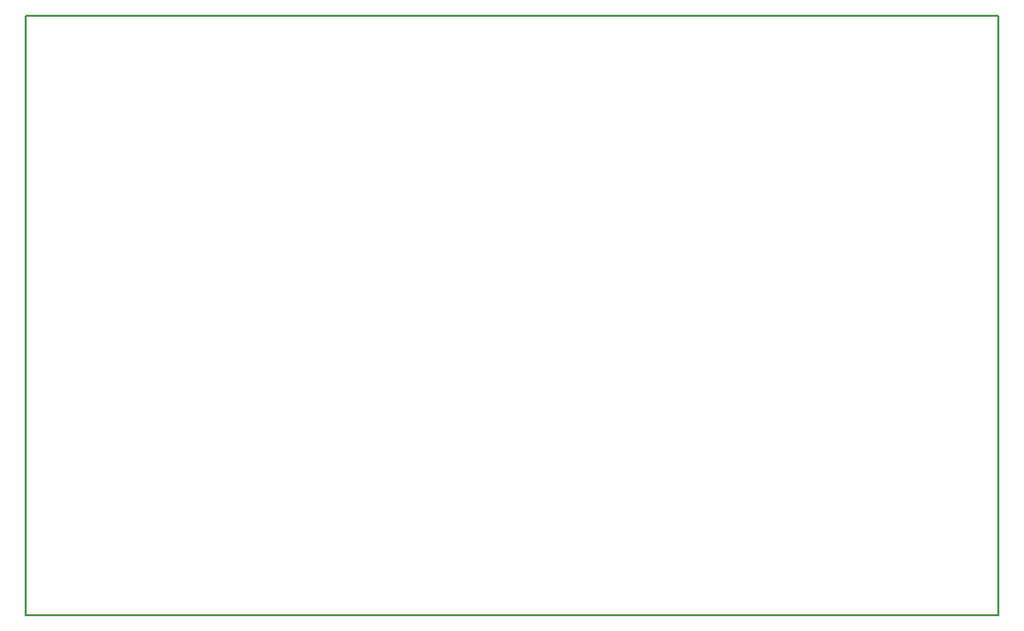
<source format=gm1>
G04 MADE WITH FRITZING*
G04 WWW.FRITZING.ORG*
G04 DOUBLE SIDED*
G04 HOLES PLATED*
G04 CONTOUR ON CENTER OF CONTOUR VECTOR*
%ASAXBY*%
%FSLAX23Y23*%
%MOIN*%
%OFA0B0*%
%SFA1.0B1.0*%
%ADD10R,3.291500X2.032280*%
%ADD11C,0.008000*%
%ADD10C,0.008*%
%LNCONTOUR*%
G90*
G70*
G54D10*
G54D11*
X4Y2028D02*
X3288Y2028D01*
X3288Y4D01*
X4Y4D01*
X4Y2028D01*
D02*
G04 End of contour*
M02*
</source>
